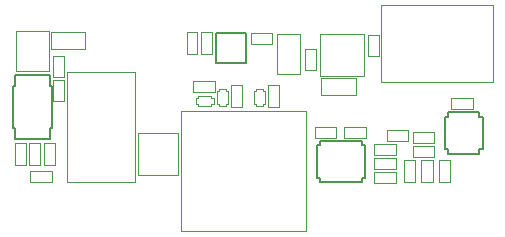
<source format=gbr>
G04 #@! TF.GenerationSoftware,KiCad,Pcbnew,(5.1.9-0-10_14)*
G04 #@! TF.CreationDate,2025-05-13T11:21:21-05:00*
G04 #@! TF.ProjectId,DTYF Beta,44545946-2042-4657-9461-2e6b69636164,rev?*
G04 #@! TF.SameCoordinates,Original*
G04 #@! TF.FileFunction,Other,User*
%FSLAX46Y46*%
G04 Gerber Fmt 4.6, Leading zero omitted, Abs format (unit mm)*
G04 Created by KiCad (PCBNEW (5.1.9-0-10_14)) date 2025-05-13 11:21:21*
%MOMM*%
%LPD*%
G01*
G04 APERTURE LIST*
%ADD10C,0.152400*%
%ADD11C,0.050000*%
G04 APERTURE END LIST*
D10*
X160812900Y-98319000D02*
X160812900Y-101081000D01*
X160812900Y-101081000D02*
X160508100Y-101081000D01*
X157587100Y-101081000D02*
X157891900Y-101081000D01*
X157587100Y-101081000D02*
X157587100Y-98319000D01*
X157587100Y-98319000D02*
X157891900Y-98319000D01*
X160812900Y-98319000D02*
X160508100Y-98319000D01*
X160508100Y-97896600D02*
X160508100Y-98319000D01*
X160508100Y-101081000D02*
X160508100Y-101503400D01*
X160508100Y-101503400D02*
X157891900Y-101503400D01*
X157891900Y-101503400D02*
X157891900Y-101081000D01*
X157891900Y-98319000D02*
X157891900Y-97896600D01*
X157891900Y-97896600D02*
X160508100Y-97896600D01*
X140131063Y-91242700D02*
X140757300Y-91242700D01*
X140131063Y-91242700D02*
X140131063Y-91242700D01*
X138868937Y-91242700D02*
X140131063Y-91242700D01*
X138868937Y-91242700D02*
X138868937Y-91242700D01*
X138242700Y-91242700D02*
X138868937Y-91242700D01*
X138242700Y-91368811D02*
X138242700Y-91242700D01*
X138242700Y-91368811D02*
X138242700Y-91368811D01*
X138242700Y-93631189D02*
X138242700Y-91368811D01*
X138242700Y-93631189D02*
X138242700Y-93631189D01*
X138242700Y-93757300D02*
X138242700Y-93631189D01*
X138868937Y-93757300D02*
X138242700Y-93757300D01*
X138868937Y-93757300D02*
X138868937Y-93757300D01*
X140131063Y-93757300D02*
X138868937Y-93757300D01*
X140131063Y-93757300D02*
X140131063Y-93757300D01*
X140757300Y-93757300D02*
X140131063Y-93757300D01*
X140757300Y-93631189D02*
X140757300Y-93757300D01*
X140757300Y-93631189D02*
X140757300Y-93631189D01*
X140757300Y-91368811D02*
X140757300Y-93631189D01*
X140757300Y-91368811D02*
X140757300Y-91368811D01*
X140757300Y-91242700D02*
X140757300Y-91368811D01*
D11*
X149090000Y-99240000D02*
X150910000Y-99240000D01*
X149090000Y-100160000D02*
X149090000Y-99240000D01*
X150910000Y-100160000D02*
X149090000Y-100160000D01*
X150910000Y-99240000D02*
X150910000Y-100160000D01*
D10*
X146742600Y-103481000D02*
X146742600Y-100719000D01*
X146742600Y-100719000D02*
X147047400Y-100719000D01*
X150857400Y-100719000D02*
X150552600Y-100719000D01*
X150857400Y-100719000D02*
X150857400Y-103481000D01*
X150857400Y-103481000D02*
X150552600Y-103481000D01*
X146742600Y-103481000D02*
X147047400Y-103481000D01*
X147047400Y-103852600D02*
X147047400Y-103481000D01*
X147047400Y-100719000D02*
X147047400Y-100347400D01*
X147047400Y-100347400D02*
X150552600Y-100347400D01*
X150552600Y-100347400D02*
X150552600Y-100719000D01*
X150552600Y-103481000D02*
X150552600Y-103852600D01*
X150552600Y-103852600D02*
X147047400Y-103852600D01*
D11*
X125610000Y-94550000D02*
X125610000Y-103850000D01*
X131390000Y-94550000D02*
X125610000Y-94550000D01*
X131390000Y-103850000D02*
X131390000Y-94550000D01*
X125610000Y-103850000D02*
X131390000Y-103850000D01*
X152200000Y-95400000D02*
X152200000Y-88900000D01*
X152200000Y-88900000D02*
X161700000Y-88900000D01*
X161700000Y-88900000D02*
X161700000Y-95400000D01*
X161700000Y-95400000D02*
X152200000Y-95400000D01*
X154890000Y-100840000D02*
X156710000Y-100840000D01*
X154890000Y-101760000D02*
X154890000Y-100840000D01*
X156710000Y-101760000D02*
X154890000Y-101760000D01*
X156710000Y-100840000D02*
X156710000Y-101760000D01*
X135300000Y-97840000D02*
X135300000Y-108010000D01*
X135300000Y-108010000D02*
X145850000Y-108010000D01*
X135300000Y-97840000D02*
X145850000Y-97840000D01*
X145850000Y-97840000D02*
X145850000Y-108010000D01*
X124100000Y-91100000D02*
X121300000Y-91100000D01*
X121300000Y-91100000D02*
X121300000Y-94500000D01*
X121300000Y-94500000D02*
X124100000Y-94500000D01*
X124100000Y-94500000D02*
X124100000Y-91100000D01*
D10*
X124360400Y-95698200D02*
X124360400Y-99301800D01*
X124360400Y-99301800D02*
X124147800Y-99301800D01*
X121039600Y-99301800D02*
X121252200Y-99301800D01*
X121039600Y-99301800D02*
X121039600Y-95698200D01*
X121039600Y-95698200D02*
X121252200Y-95698200D01*
X124360400Y-95698200D02*
X124147800Y-95698200D01*
X124147800Y-94794900D02*
X124147800Y-95698200D01*
X124147800Y-99301800D02*
X124147800Y-100205100D01*
X124147800Y-100205100D02*
X121252200Y-100205100D01*
X121252200Y-100205100D02*
X121252200Y-99301800D01*
X121252200Y-95698200D02*
X121252200Y-94794900D01*
X121252200Y-94794900D02*
X124147800Y-94794900D01*
D11*
X123640000Y-100590000D02*
X124560000Y-100590000D01*
X124560000Y-100590000D02*
X124560000Y-102410000D01*
X124560000Y-102410000D02*
X123640000Y-102410000D01*
X123640000Y-102410000D02*
X123640000Y-100590000D01*
X143010000Y-92160000D02*
X141190000Y-92160000D01*
X143010000Y-91240000D02*
X143010000Y-92160000D01*
X141190000Y-91240000D02*
X143010000Y-91240000D01*
X141190000Y-92160000D02*
X141190000Y-91240000D01*
X125360000Y-97010000D02*
X124440000Y-97010000D01*
X124440000Y-97010000D02*
X124440000Y-95190000D01*
X124440000Y-95190000D02*
X125360000Y-95190000D01*
X125360000Y-95190000D02*
X125360000Y-97010000D01*
X156710000Y-99640000D02*
X156710000Y-100560000D01*
X156710000Y-100560000D02*
X154890000Y-100560000D01*
X154890000Y-100560000D02*
X154890000Y-99640000D01*
X154890000Y-99640000D02*
X156710000Y-99640000D01*
X136660000Y-93010000D02*
X135740000Y-93010000D01*
X135740000Y-93010000D02*
X135740000Y-91190000D01*
X135740000Y-91190000D02*
X136660000Y-91190000D01*
X136660000Y-91190000D02*
X136660000Y-93010000D01*
X137860000Y-91190000D02*
X137860000Y-93010000D01*
X136940000Y-91190000D02*
X137860000Y-91190000D01*
X136940000Y-93010000D02*
X136940000Y-91190000D01*
X137860000Y-93010000D02*
X136940000Y-93010000D01*
X146590000Y-100160000D02*
X146590000Y-99240000D01*
X146590000Y-99240000D02*
X148410000Y-99240000D01*
X148410000Y-99240000D02*
X148410000Y-100160000D01*
X148410000Y-100160000D02*
X146590000Y-100160000D01*
X124440000Y-95010000D02*
X124440000Y-93190000D01*
X125360000Y-95010000D02*
X124440000Y-95010000D01*
X125360000Y-93190000D02*
X125360000Y-95010000D01*
X124440000Y-93190000D02*
X125360000Y-93190000D01*
X151140000Y-93210000D02*
X151140000Y-91390000D01*
X152060000Y-93210000D02*
X151140000Y-93210000D01*
X152060000Y-91390000D02*
X152060000Y-93210000D01*
X151140000Y-91390000D02*
X152060000Y-91390000D01*
X136290000Y-95340000D02*
X138110000Y-95340000D01*
X136290000Y-96260000D02*
X136290000Y-95340000D01*
X138110000Y-96260000D02*
X136290000Y-96260000D01*
X138110000Y-95340000D02*
X138110000Y-96260000D01*
X146660000Y-94410000D02*
X145740000Y-94410000D01*
X145740000Y-94410000D02*
X145740000Y-92590000D01*
X145740000Y-92590000D02*
X146660000Y-92590000D01*
X146660000Y-92590000D02*
X146660000Y-94410000D01*
X145380000Y-94700000D02*
X143420000Y-94700000D01*
X143420000Y-94700000D02*
X143420000Y-91300000D01*
X143420000Y-91300000D02*
X145380000Y-91300000D01*
X145380000Y-91300000D02*
X145380000Y-94700000D01*
X131600000Y-103250000D02*
X131600000Y-99750000D01*
X135000000Y-103250000D02*
X131600000Y-103250000D01*
X135000000Y-99750000D02*
X135000000Y-103250000D01*
X131600000Y-99750000D02*
X135000000Y-99750000D01*
X124220000Y-91170000D02*
X127180000Y-91170000D01*
X124220000Y-92630000D02*
X124220000Y-91170000D01*
X127180000Y-92630000D02*
X124220000Y-92630000D01*
X127180000Y-91170000D02*
X127180000Y-92630000D01*
X160030000Y-97670000D02*
X158170000Y-97670000D01*
X160030000Y-96730000D02*
X160030000Y-97670000D01*
X158170000Y-96730000D02*
X160030000Y-96730000D01*
X158170000Y-97670000D02*
X158170000Y-96730000D01*
X152670000Y-99430000D02*
X154530000Y-99430000D01*
X152670000Y-100370000D02*
X152670000Y-99430000D01*
X154530000Y-100370000D02*
X152670000Y-100370000D01*
X154530000Y-99430000D02*
X154530000Y-100370000D01*
X158070000Y-101970000D02*
X158070000Y-103830000D01*
X157130000Y-101970000D02*
X158070000Y-101970000D01*
X157130000Y-103830000D02*
X157130000Y-101970000D01*
X158070000Y-103830000D02*
X157130000Y-103830000D01*
X154130000Y-101970000D02*
X155070000Y-101970000D01*
X155070000Y-101970000D02*
X155070000Y-103830000D01*
X155070000Y-103830000D02*
X154130000Y-103830000D01*
X154130000Y-103830000D02*
X154130000Y-101970000D01*
X153430000Y-101570000D02*
X151570000Y-101570000D01*
X153430000Y-100630000D02*
X153430000Y-101570000D01*
X151570000Y-100630000D02*
X153430000Y-100630000D01*
X151570000Y-101570000D02*
X151570000Y-100630000D01*
X124330000Y-102930000D02*
X124330000Y-103870000D01*
X124330000Y-103870000D02*
X122470000Y-103870000D01*
X122470000Y-103870000D02*
X122470000Y-102930000D01*
X122470000Y-102930000D02*
X124330000Y-102930000D01*
X147120000Y-96530000D02*
X147120000Y-95070000D01*
X147120000Y-95070000D02*
X150080000Y-95070000D01*
X150080000Y-95070000D02*
X150080000Y-96530000D01*
X150080000Y-96530000D02*
X147120000Y-96530000D01*
X121230000Y-102430000D02*
X121230000Y-100570000D01*
X122170000Y-102430000D02*
X121230000Y-102430000D01*
X122170000Y-100570000D02*
X122170000Y-102430000D01*
X121230000Y-100570000D02*
X122170000Y-100570000D01*
X122430000Y-100570000D02*
X123370000Y-100570000D01*
X123370000Y-100570000D02*
X123370000Y-102430000D01*
X123370000Y-102430000D02*
X122430000Y-102430000D01*
X122430000Y-102430000D02*
X122430000Y-100570000D01*
X153430000Y-103970000D02*
X151570000Y-103970000D01*
X153430000Y-103030000D02*
X153430000Y-103970000D01*
X151570000Y-103030000D02*
X153430000Y-103030000D01*
X151570000Y-103970000D02*
X151570000Y-103030000D01*
X153430000Y-101830000D02*
X153430000Y-102770000D01*
X153430000Y-102770000D02*
X151570000Y-102770000D01*
X151570000Y-102770000D02*
X151570000Y-101830000D01*
X151570000Y-101830000D02*
X153430000Y-101830000D01*
X140470000Y-95660000D02*
X140470000Y-97520000D01*
X139530000Y-95660000D02*
X140470000Y-95660000D01*
X139530000Y-97520000D02*
X139530000Y-95660000D01*
X140470000Y-97520000D02*
X139530000Y-97520000D01*
X143570000Y-97530000D02*
X142630000Y-97530000D01*
X142630000Y-97530000D02*
X142630000Y-95670000D01*
X142630000Y-95670000D02*
X143570000Y-95670000D01*
X143570000Y-95670000D02*
X143570000Y-97530000D01*
X155630000Y-101970000D02*
X156570000Y-101970000D01*
X156570000Y-101970000D02*
X156570000Y-103830000D01*
X156570000Y-103830000D02*
X155630000Y-103830000D01*
X155630000Y-103830000D02*
X155630000Y-101970000D01*
X150800000Y-94900000D02*
X147000000Y-94900000D01*
X147000000Y-94900000D02*
X147000000Y-91300000D01*
X147000000Y-91300000D02*
X150800000Y-91300000D01*
X150800000Y-91300000D02*
X150800000Y-94900000D01*
X137850000Y-97280000D02*
X137850000Y-97450000D01*
X138050000Y-96720000D02*
X137850000Y-96720000D01*
X138050000Y-97280000D02*
X138050000Y-96720000D01*
X137850000Y-97280000D02*
X138050000Y-97280000D01*
X136750000Y-96720000D02*
X136750000Y-96550000D01*
X136550000Y-96720000D02*
X136750000Y-96720000D01*
X136550000Y-97280000D02*
X136550000Y-96720000D01*
X136750000Y-97280000D02*
X136550000Y-97280000D01*
X136750000Y-97450000D02*
X136750000Y-97280000D01*
X137850000Y-97450000D02*
X136750000Y-97450000D01*
X137850000Y-96550000D02*
X137850000Y-96720000D01*
X136750000Y-96550000D02*
X137850000Y-96550000D01*
X142350000Y-96150000D02*
X142350000Y-97250000D01*
X142350000Y-97250000D02*
X142180000Y-97250000D01*
X141450000Y-97250000D02*
X141450000Y-96150000D01*
X141450000Y-96150000D02*
X141620000Y-96150000D01*
X141620000Y-96150000D02*
X141620000Y-95950000D01*
X141620000Y-95950000D02*
X142180000Y-95950000D01*
X142180000Y-95950000D02*
X142180000Y-96150000D01*
X142180000Y-96150000D02*
X142350000Y-96150000D01*
X141620000Y-97250000D02*
X141620000Y-97450000D01*
X141620000Y-97450000D02*
X142180000Y-97450000D01*
X142180000Y-97450000D02*
X142180000Y-97250000D01*
X141620000Y-97250000D02*
X141450000Y-97250000D01*
X139250000Y-96150000D02*
X139250000Y-97250000D01*
X139250000Y-97250000D02*
X139080000Y-97250000D01*
X138350000Y-97250000D02*
X138350000Y-96150000D01*
X138350000Y-96150000D02*
X138520000Y-96150000D01*
X138520000Y-96150000D02*
X138520000Y-95950000D01*
X138520000Y-95950000D02*
X139080000Y-95950000D01*
X139080000Y-95950000D02*
X139080000Y-96150000D01*
X139080000Y-96150000D02*
X139250000Y-96150000D01*
X138520000Y-97250000D02*
X138520000Y-97450000D01*
X138520000Y-97450000D02*
X139080000Y-97450000D01*
X139080000Y-97450000D02*
X139080000Y-97250000D01*
X138520000Y-97250000D02*
X138350000Y-97250000D01*
M02*

</source>
